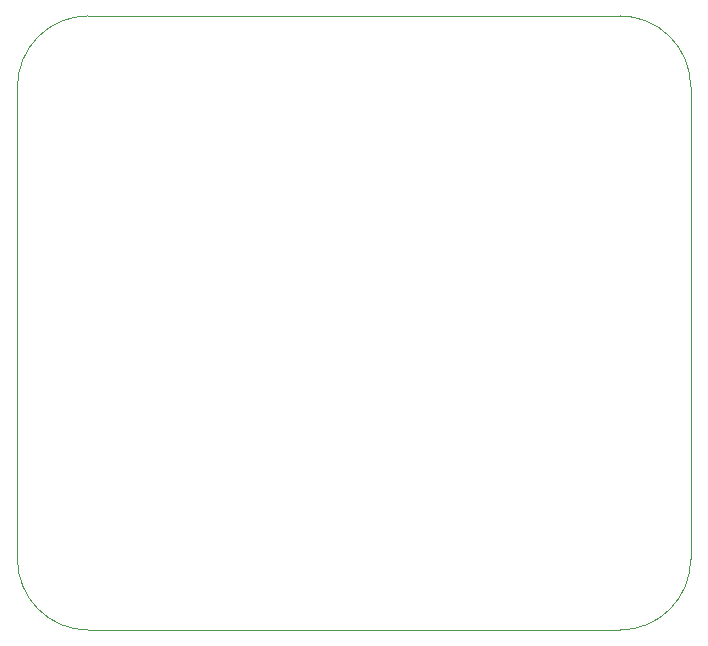
<source format=gbr>
%TF.GenerationSoftware,KiCad,Pcbnew,(6.0.1)*%
%TF.CreationDate,2022-05-20T16:10:24+03:00*%
%TF.ProjectId,STM32_based_project,53544d33-325f-4626-9173-65645f70726f,rev?*%
%TF.SameCoordinates,Original*%
%TF.FileFunction,Profile,NP*%
%FSLAX46Y46*%
G04 Gerber Fmt 4.6, Leading zero omitted, Abs format (unit mm)*
G04 Created by KiCad (PCBNEW (6.0.1)) date 2022-05-20 16:10:24*
%MOMM*%
%LPD*%
G01*
G04 APERTURE LIST*
%TA.AperFunction,Profile*%
%ADD10C,0.100000*%
%TD*%
G04 APERTURE END LIST*
D10*
X79000000Y-68000000D02*
X79000000Y-108000000D01*
X130000000Y-114000000D02*
G75*
G03*
X136000000Y-108000000I1J5999999D01*
G01*
X85000000Y-62000000D02*
G75*
G03*
X79000000Y-68000000I-1J-5999999D01*
G01*
X136000000Y-68000000D02*
G75*
G03*
X130000000Y-62000000I-5999999J1D01*
G01*
X130000000Y-62000000D02*
X85000000Y-62000000D01*
X79000000Y-108000000D02*
G75*
G03*
X85000000Y-114000000I5999999J-1D01*
G01*
X136000000Y-68000000D02*
X136000000Y-108000000D01*
X130000000Y-114000000D02*
X85000000Y-114000000D01*
M02*

</source>
